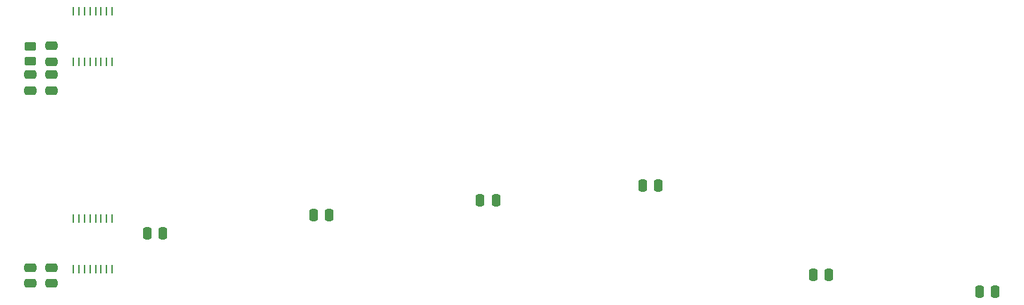
<source format=gbr>
%TF.GenerationSoftware,KiCad,Pcbnew,9.0.3*%
%TF.CreationDate,2025-07-29T17:14:18-05:00*%
%TF.ProjectId,rgb-switch,7267622d-7377-4697-9463-682e6b696361,rev?*%
%TF.SameCoordinates,Original*%
%TF.FileFunction,Paste,Bot*%
%TF.FilePolarity,Positive*%
%FSLAX46Y46*%
G04 Gerber Fmt 4.6, Leading zero omitted, Abs format (unit mm)*
G04 Created by KiCad (PCBNEW 9.0.3) date 2025-07-29 17:14:18*
%MOMM*%
%LPD*%
G01*
G04 APERTURE LIST*
G04 Aperture macros list*
%AMRoundRect*
0 Rectangle with rounded corners*
0 $1 Rounding radius*
0 $2 $3 $4 $5 $6 $7 $8 $9 X,Y pos of 4 corners*
0 Add a 4 corners polygon primitive as box body*
4,1,4,$2,$3,$4,$5,$6,$7,$8,$9,$2,$3,0*
0 Add four circle primitives for the rounded corners*
1,1,$1+$1,$2,$3*
1,1,$1+$1,$4,$5*
1,1,$1+$1,$6,$7*
1,1,$1+$1,$8,$9*
0 Add four rect primitives between the rounded corners*
20,1,$1+$1,$2,$3,$4,$5,0*
20,1,$1+$1,$4,$5,$6,$7,0*
20,1,$1+$1,$6,$7,$8,$9,0*
20,1,$1+$1,$8,$9,$2,$3,0*%
G04 Aperture macros list end*
%ADD10RoundRect,0.250000X0.475000X-0.250000X0.475000X0.250000X-0.475000X0.250000X-0.475000X-0.250000X0*%
%ADD11RoundRect,0.250000X-0.250000X-0.475000X0.250000X-0.475000X0.250000X0.475000X-0.250000X0.475000X0*%
%ADD12R,0.279400X1.016000*%
%ADD13RoundRect,0.250000X-0.475000X0.250000X-0.475000X-0.250000X0.475000X-0.250000X0.475000X0.250000X0*%
%ADD14RoundRect,0.250000X-0.450000X0.262500X-0.450000X-0.262500X0.450000X-0.262500X0.450000X0.262500X0*%
G04 APERTURE END LIST*
D10*
%TO.C,C1*%
X112500000Y-90537500D03*
X112500000Y-88637500D03*
%TD*%
D11*
%TO.C,C27*%
X204050000Y-116250000D03*
X205950000Y-116250000D03*
%TD*%
D12*
%TO.C,U4*%
X115188600Y-84452000D03*
X115849000Y-84452000D03*
X116509400Y-84452000D03*
X117169800Y-84452000D03*
X117830200Y-84452000D03*
X118490600Y-84452000D03*
X119151000Y-84452000D03*
X119811400Y-84452000D03*
X119811400Y-90548000D03*
X119151000Y-90548000D03*
X118490600Y-90548000D03*
X117830200Y-90548000D03*
X117169800Y-90548000D03*
X116509400Y-90548000D03*
X115849000Y-90548000D03*
X115188600Y-90548000D03*
%TD*%
D10*
%TO.C,C5*%
X112510000Y-117267271D03*
X112510000Y-115367271D03*
%TD*%
D13*
%TO.C,C15*%
X110000000Y-92100000D03*
X110000000Y-94000000D03*
%TD*%
D11*
%TO.C,C32*%
X224025000Y-118250000D03*
X225925000Y-118250000D03*
%TD*%
%TO.C,C12*%
X144025000Y-109000000D03*
X145925000Y-109000000D03*
%TD*%
%TO.C,C22*%
X183525000Y-105500000D03*
X185425000Y-105500000D03*
%TD*%
D14*
%TO.C,R10*%
X110000000Y-88675000D03*
X110000000Y-90500000D03*
%TD*%
D11*
%TO.C,C7*%
X124025000Y-111250000D03*
X125925000Y-111250000D03*
%TD*%
D12*
%TO.C,U2*%
X115188600Y-109452000D03*
X115849000Y-109452000D03*
X116509400Y-109452000D03*
X117169800Y-109452000D03*
X117830200Y-109452000D03*
X118490600Y-109452000D03*
X119151000Y-109452000D03*
X119811400Y-109452000D03*
X119811400Y-115548000D03*
X119151000Y-115548000D03*
X118490600Y-115548000D03*
X117830200Y-115548000D03*
X117169800Y-115548000D03*
X116509400Y-115548000D03*
X115849000Y-115548000D03*
X115188600Y-115548000D03*
%TD*%
D11*
%TO.C,C17*%
X164025000Y-107250000D03*
X165925000Y-107250000D03*
%TD*%
D10*
%TO.C,C9*%
X110000000Y-117267271D03*
X110000000Y-115367271D03*
%TD*%
D13*
%TO.C,C19*%
X112510000Y-92100000D03*
X112510000Y-94000000D03*
%TD*%
M02*

</source>
